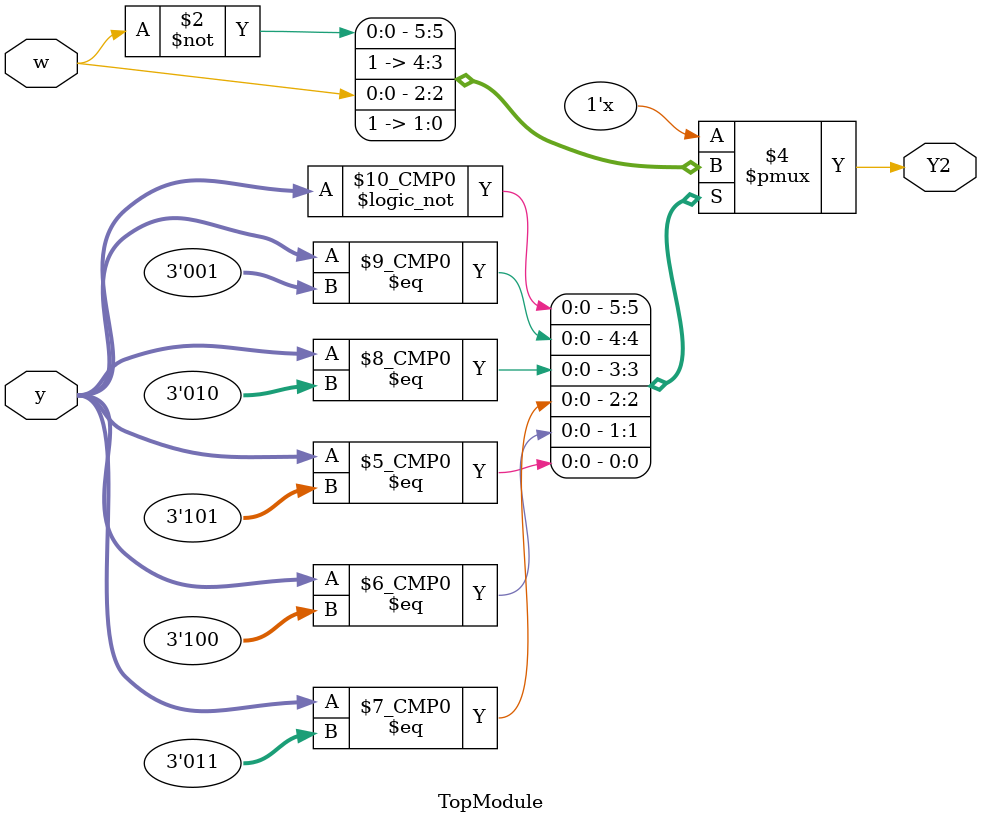
<source format=sv>

module TopModule (
  input [3:1] y,
  input w,
  output reg Y2
);
always @(*) begin
    case (y)
        3'b000: Y2 = ~w;      // A to B if w=0, stay in A if w=1
        3'b001: Y2 = 1'b1;    // B to C or D, both require Y2 = 1
        3'b010: Y2 = 1'b1;    // C to E or D, both require Y2 = 1
        3'b011: Y2 = w;       // D to F if w=0 (Y2=1), A if w=1 (Y2=0)
        3'b100: Y2 = 1'b1;    // E stays in E or goes to D, both require Y2 = 1
        3'b101: Y2 = 1'b1;    // F to C or D, both require Y2 = 1
        default: Y2 = 1'bx;   // Undefined state
    endcase
end

endmodule

</source>
